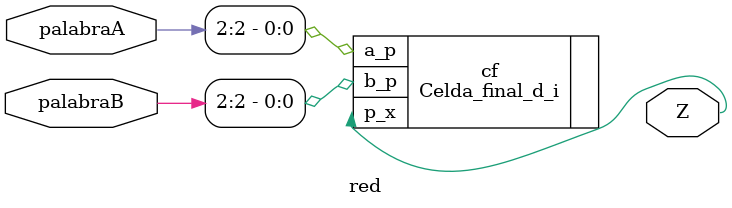
<source format=v>
`include "p_f_module_c_inicial_d_i.v"
`include "p_f_module_c_tipica_d_i.v"
`include "p_f_module_c_final_d_i.v"

module red (
    input [2:0] palabraA,
    input [2:0] palabraB,
    output wire Z
);

wire c1;
wire c2;

Celda_inicial_d_i ci (.a_p(palabraA[0]), .b_p(palabraB[0]), .p_x(c1)); // Instanciación en c1 se guarda el resultado de celda inicial
Celda_tipica_d_i ct (.a_p(palabraA[1]), .b_p(palabraB[1]), .p_x(c2)); // Instanciación en c2 se guarda el resultado de celda tipica
Celda_final_d_i cf (.a_p(palabraA[2]), .b_p(palabraB[2]), .p_x(Z)); // Instanciación en c3_temp se guarda el resultado de celda final


endmodule

</source>
